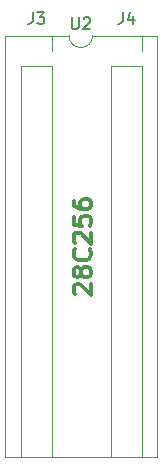
<source format=gto>
G04 #@! TF.GenerationSoftware,KiCad,Pcbnew,(5.1.9)-1*
G04 #@! TF.CreationDate,2021-11-21T23:01:30-05:00*
G04 #@! TF.ProjectId,sst39-28,73737433-392d-4323-982e-6b696361645f,rev?*
G04 #@! TF.SameCoordinates,Original*
G04 #@! TF.FileFunction,Legend,Top*
G04 #@! TF.FilePolarity,Positive*
%FSLAX46Y46*%
G04 Gerber Fmt 4.6, Leading zero omitted, Abs format (unit mm)*
G04 Created by KiCad (PCBNEW (5.1.9)-1) date 2021-11-21 23:01:30*
%MOMM*%
%LPD*%
G01*
G04 APERTURE LIST*
%ADD10C,0.300000*%
%ADD11C,0.120000*%
%ADD12C,0.150000*%
%ADD13O,1.700000X1.700000*%
%ADD14R,1.700000X1.700000*%
%ADD15O,1.600000X1.600000*%
%ADD16R,1.600000X1.600000*%
G04 APERTURE END LIST*
D10*
X148041428Y-83355714D02*
X147970000Y-83284285D01*
X147898571Y-83141428D01*
X147898571Y-82784285D01*
X147970000Y-82641428D01*
X148041428Y-82570000D01*
X148184285Y-82498571D01*
X148327142Y-82498571D01*
X148541428Y-82570000D01*
X149398571Y-83427142D01*
X149398571Y-82498571D01*
X148541428Y-81641428D02*
X148470000Y-81784285D01*
X148398571Y-81855714D01*
X148255714Y-81927142D01*
X148184285Y-81927142D01*
X148041428Y-81855714D01*
X147970000Y-81784285D01*
X147898571Y-81641428D01*
X147898571Y-81355714D01*
X147970000Y-81212857D01*
X148041428Y-81141428D01*
X148184285Y-81070000D01*
X148255714Y-81070000D01*
X148398571Y-81141428D01*
X148470000Y-81212857D01*
X148541428Y-81355714D01*
X148541428Y-81641428D01*
X148612857Y-81784285D01*
X148684285Y-81855714D01*
X148827142Y-81927142D01*
X149112857Y-81927142D01*
X149255714Y-81855714D01*
X149327142Y-81784285D01*
X149398571Y-81641428D01*
X149398571Y-81355714D01*
X149327142Y-81212857D01*
X149255714Y-81141428D01*
X149112857Y-81070000D01*
X148827142Y-81070000D01*
X148684285Y-81141428D01*
X148612857Y-81212857D01*
X148541428Y-81355714D01*
X149255714Y-79570000D02*
X149327142Y-79641428D01*
X149398571Y-79855714D01*
X149398571Y-79998571D01*
X149327142Y-80212857D01*
X149184285Y-80355714D01*
X149041428Y-80427142D01*
X148755714Y-80498571D01*
X148541428Y-80498571D01*
X148255714Y-80427142D01*
X148112857Y-80355714D01*
X147970000Y-80212857D01*
X147898571Y-79998571D01*
X147898571Y-79855714D01*
X147970000Y-79641428D01*
X148041428Y-79570000D01*
X148041428Y-78998571D02*
X147970000Y-78927142D01*
X147898571Y-78784285D01*
X147898571Y-78427142D01*
X147970000Y-78284285D01*
X148041428Y-78212857D01*
X148184285Y-78141428D01*
X148327142Y-78141428D01*
X148541428Y-78212857D01*
X149398571Y-79070000D01*
X149398571Y-78141428D01*
X147898571Y-76784285D02*
X147898571Y-77498571D01*
X148612857Y-77570000D01*
X148541428Y-77498571D01*
X148470000Y-77355714D01*
X148470000Y-76998571D01*
X148541428Y-76855714D01*
X148612857Y-76784285D01*
X148755714Y-76712857D01*
X149112857Y-76712857D01*
X149255714Y-76784285D01*
X149327142Y-76855714D01*
X149398571Y-76998571D01*
X149398571Y-77355714D01*
X149327142Y-77498571D01*
X149255714Y-77570000D01*
X147898571Y-75427142D02*
X147898571Y-75712857D01*
X147970000Y-75855714D01*
X148041428Y-75927142D01*
X148255714Y-76070000D01*
X148541428Y-76141428D01*
X149112857Y-76141428D01*
X149255714Y-76070000D01*
X149327142Y-75998571D01*
X149398571Y-75855714D01*
X149398571Y-75570000D01*
X149327142Y-75427142D01*
X149255714Y-75355714D01*
X149112857Y-75284285D01*
X148755714Y-75284285D01*
X148612857Y-75355714D01*
X148541428Y-75427142D01*
X148470000Y-75570000D01*
X148470000Y-75855714D01*
X148541428Y-75998571D01*
X148612857Y-76070000D01*
X148755714Y-76141428D01*
D11*
X152380000Y-61470000D02*
X153710000Y-61470000D01*
X153710000Y-61470000D02*
X153710000Y-62800000D01*
X153710000Y-64070000D02*
X153710000Y-97150000D01*
X151050000Y-97150000D02*
X153710000Y-97150000D01*
X151050000Y-64070000D02*
X151050000Y-97150000D01*
X151050000Y-64070000D02*
X153710000Y-64070000D01*
X144760000Y-61470000D02*
X146090000Y-61470000D01*
X146090000Y-61470000D02*
X146090000Y-62800000D01*
X146090000Y-64070000D02*
X146090000Y-97150000D01*
X143430000Y-97150000D02*
X146090000Y-97150000D01*
X143430000Y-64070000D02*
X143430000Y-97150000D01*
X143430000Y-64070000D02*
X146090000Y-64070000D01*
X154980000Y-61470000D02*
X149520000Y-61470000D01*
X154980000Y-97150000D02*
X154980000Y-61470000D01*
X142060000Y-97150000D02*
X154980000Y-97150000D01*
X142060000Y-61470000D02*
X142060000Y-97150000D01*
X147520000Y-61470000D02*
X142060000Y-61470000D01*
X149520000Y-61470000D02*
G75*
G02*
X147520000Y-61470000I-1000000J0D01*
G01*
D12*
X152046666Y-59482380D02*
X152046666Y-60196666D01*
X151999047Y-60339523D01*
X151903809Y-60434761D01*
X151760952Y-60482380D01*
X151665714Y-60482380D01*
X152951428Y-59815714D02*
X152951428Y-60482380D01*
X152713333Y-59434761D02*
X152475238Y-60149047D01*
X153094285Y-60149047D01*
X144426666Y-59482380D02*
X144426666Y-60196666D01*
X144379047Y-60339523D01*
X144283809Y-60434761D01*
X144140952Y-60482380D01*
X144045714Y-60482380D01*
X144807619Y-59482380D02*
X145426666Y-59482380D01*
X145093333Y-59863333D01*
X145236190Y-59863333D01*
X145331428Y-59910952D01*
X145379047Y-59958571D01*
X145426666Y-60053809D01*
X145426666Y-60291904D01*
X145379047Y-60387142D01*
X145331428Y-60434761D01*
X145236190Y-60482380D01*
X144950476Y-60482380D01*
X144855238Y-60434761D01*
X144807619Y-60387142D01*
X147758095Y-59922380D02*
X147758095Y-60731904D01*
X147805714Y-60827142D01*
X147853333Y-60874761D01*
X147948571Y-60922380D01*
X148139047Y-60922380D01*
X148234285Y-60874761D01*
X148281904Y-60827142D01*
X148329523Y-60731904D01*
X148329523Y-59922380D01*
X148758095Y-60017619D02*
X148805714Y-59970000D01*
X148900952Y-59922380D01*
X149139047Y-59922380D01*
X149234285Y-59970000D01*
X149281904Y-60017619D01*
X149329523Y-60112857D01*
X149329523Y-60208095D01*
X149281904Y-60350952D01*
X148710476Y-60922380D01*
X149329523Y-60922380D01*
%LPC*%
D13*
X152380000Y-95820000D03*
X152380000Y-93280000D03*
X152380000Y-90740000D03*
X152380000Y-88200000D03*
X152380000Y-85660000D03*
X152380000Y-83120000D03*
X152380000Y-80580000D03*
X152380000Y-78040000D03*
X152380000Y-75500000D03*
X152380000Y-72960000D03*
X152380000Y-70420000D03*
X152380000Y-67880000D03*
X152380000Y-65340000D03*
D14*
X152380000Y-62800000D03*
D13*
X144760000Y-95820000D03*
X144760000Y-93280000D03*
X144760000Y-90740000D03*
X144760000Y-88200000D03*
X144760000Y-85660000D03*
X144760000Y-83120000D03*
X144760000Y-80580000D03*
X144760000Y-78040000D03*
X144760000Y-75500000D03*
X144760000Y-72960000D03*
X144760000Y-70420000D03*
X144760000Y-67880000D03*
X144760000Y-65340000D03*
D14*
X144760000Y-62800000D03*
D15*
X156140000Y-62800000D03*
X140900000Y-95820000D03*
X156140000Y-65340000D03*
X140900000Y-93280000D03*
X156140000Y-67880000D03*
X140900000Y-90740000D03*
X156140000Y-70420000D03*
X140900000Y-88200000D03*
X156140000Y-72960000D03*
X140900000Y-85660000D03*
X156140000Y-75500000D03*
X140900000Y-83120000D03*
X156140000Y-78040000D03*
X140900000Y-80580000D03*
X156140000Y-80580000D03*
X140900000Y-78040000D03*
X156140000Y-83120000D03*
X140900000Y-75500000D03*
X156140000Y-85660000D03*
X140900000Y-72960000D03*
X156140000Y-88200000D03*
X140900000Y-70420000D03*
X156140000Y-90740000D03*
X140900000Y-67880000D03*
X156140000Y-93280000D03*
X140900000Y-65340000D03*
X156140000Y-95820000D03*
D16*
X140900000Y-62800000D03*
M02*

</source>
